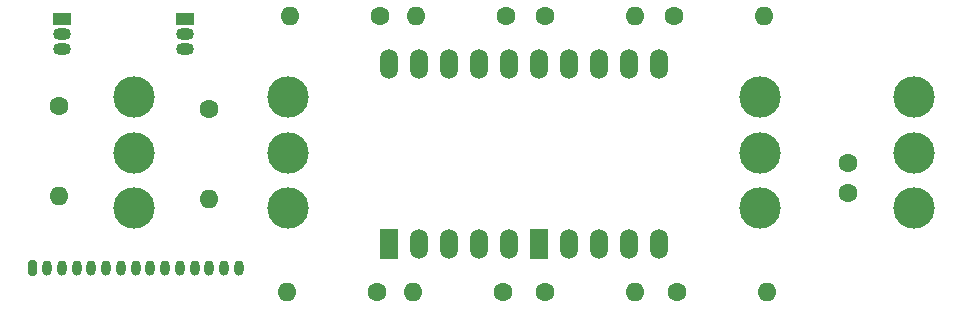
<source format=gbr>
%TF.GenerationSoftware,KiCad,Pcbnew,(5.1.6-0-10_14)*%
%TF.CreationDate,2021-01-19T16:44:27+00:00*%
%TF.ProjectId,daughterboard,64617567-6874-4657-9262-6f6172642e6b,rev?*%
%TF.SameCoordinates,Original*%
%TF.FileFunction,Soldermask,Bot*%
%TF.FilePolarity,Negative*%
%FSLAX46Y46*%
G04 Gerber Fmt 4.6, Leading zero omitted, Abs format (unit mm)*
G04 Created by KiCad (PCBNEW (5.1.6-0-10_14)) date 2021-01-19 16:44:27*
%MOMM*%
%LPD*%
G01*
G04 APERTURE LIST*
%ADD10O,0.800000X1.300000*%
%ADD11R,1.524000X2.524000*%
%ADD12O,1.524000X2.524000*%
%ADD13O,1.600000X1.600000*%
%ADD14C,1.600000*%
%ADD15C,3.500000*%
%ADD16R,1.500000X1.050000*%
%ADD17O,1.500000X1.050000*%
G04 APERTURE END LIST*
D10*
%TO.C,J1*%
X-25934000Y13208000D03*
X-27184000Y13208000D03*
X-28434000Y13208000D03*
X-29684000Y13208000D03*
X-30934000Y13208000D03*
X-32184000Y13208000D03*
X-33434000Y13208000D03*
X-34684000Y13208000D03*
X-35934000Y13208000D03*
X-37184000Y13208000D03*
X-38434000Y13208000D03*
X-39684000Y13208000D03*
X-40934000Y13208000D03*
X-42184000Y13208000D03*
G36*
G01*
X-43834000Y12758000D02*
X-43834000Y13658000D01*
G75*
G02*
X-43634000Y13858000I200000J0D01*
G01*
X-43234000Y13858000D01*
G75*
G02*
X-43034000Y13658000I0J-200000D01*
G01*
X-43034000Y12758000D01*
G75*
G02*
X-43234000Y12558000I-200000J0D01*
G01*
X-43634000Y12558000D01*
G75*
G02*
X-43834000Y12758000I0J200000D01*
G01*
G37*
%TD*%
D11*
%TO.C,U1*%
X-13208000Y15240000D03*
D12*
X-10668000Y15240000D03*
X-8128000Y15240000D03*
X-5588000Y15240000D03*
X-3048000Y15240000D03*
X-3048000Y30480000D03*
X-5588000Y30480000D03*
X-8128000Y30480000D03*
X-10668000Y30480000D03*
X-13208000Y30480000D03*
%TD*%
D13*
%TO.C,R1*%
X18542000Y34544000D03*
D14*
X10922000Y34544000D03*
%TD*%
D13*
%TO.C,R2*%
X-10922000Y34544000D03*
D14*
X-3302000Y34544000D03*
%TD*%
D13*
%TO.C,R3*%
X-11176000Y11176000D03*
D14*
X-3556000Y11176000D03*
%TD*%
D13*
%TO.C,R4*%
X7620000Y11176000D03*
D14*
X0Y11176000D03*
%TD*%
D13*
%TO.C,R5*%
X-21844000Y11176000D03*
D14*
X-14224000Y11176000D03*
%TD*%
D13*
%TO.C,R6*%
X-21590000Y34544000D03*
D14*
X-13970000Y34544000D03*
%TD*%
D13*
%TO.C,R7*%
X7620000Y34544000D03*
D14*
X0Y34544000D03*
%TD*%
D13*
%TO.C,R8*%
X18796000Y11176000D03*
D14*
X11176000Y11176000D03*
%TD*%
D15*
%TO.C,SW1*%
X-34778000Y18300000D03*
X-34778000Y23000000D03*
X-34778000Y27700000D03*
%TD*%
%TO.C,SW2*%
X-21778000Y18300000D03*
X-21778000Y23000000D03*
X-21778000Y27700000D03*
%TD*%
%TO.C,SW3*%
X18222000Y18300000D03*
X18222000Y23000000D03*
X18222000Y27700000D03*
%TD*%
%TO.C,SW4*%
X31222000Y18300000D03*
X31222000Y23000000D03*
X31222000Y27700000D03*
%TD*%
D11*
%TO.C,U2*%
X-508000Y15240000D03*
D12*
X2032000Y15240000D03*
X4572000Y15240000D03*
X7112000Y15240000D03*
X9652000Y15240000D03*
X9652000Y30480000D03*
X7112000Y30480000D03*
X4572000Y30480000D03*
X2032000Y30480000D03*
X-508000Y30480000D03*
%TD*%
D14*
%TO.C,C1*%
X25654000Y19598000D03*
X25654000Y22098000D03*
%TD*%
D16*
%TO.C,Q1*%
X-40894000Y34290000D03*
D17*
X-40894000Y31750000D03*
X-40894000Y33020000D03*
%TD*%
D16*
%TO.C,Q2*%
X-30480000Y34290000D03*
D17*
X-30480000Y31750000D03*
X-30480000Y33020000D03*
%TD*%
D13*
%TO.C,R9*%
X-41148000Y19304000D03*
D14*
X-41148000Y26924000D03*
%TD*%
D13*
%TO.C,R10*%
X-28448000Y19050000D03*
D14*
X-28448000Y26670000D03*
%TD*%
M02*

</source>
